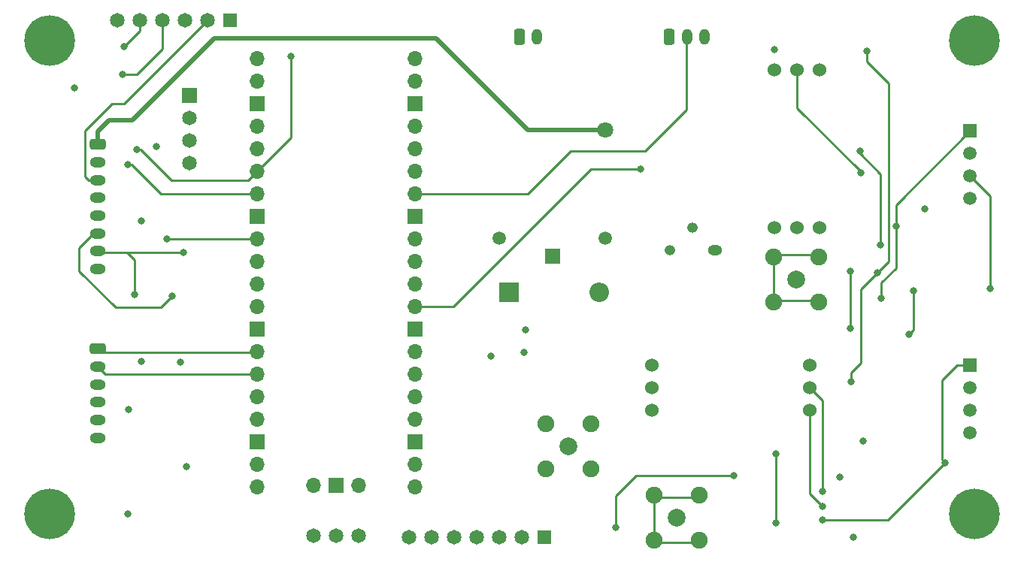
<source format=gbr>
%TF.GenerationSoftware,KiCad,Pcbnew,7.0.10*%
%TF.CreationDate,2024-03-29T22:24:31-04:00*%
%TF.ProjectId,WaveWise_Submersible,57617665-5769-4736-955f-5375626d6572,rev?*%
%TF.SameCoordinates,Original*%
%TF.FileFunction,Copper,L4,Bot*%
%TF.FilePolarity,Positive*%
%FSLAX46Y46*%
G04 Gerber Fmt 4.6, Leading zero omitted, Abs format (unit mm)*
G04 Created by KiCad (PCBNEW 7.0.10) date 2024-03-29 22:24:31*
%MOMM*%
%LPD*%
G01*
G04 APERTURE LIST*
G04 Aperture macros list*
%AMRoundRect*
0 Rectangle with rounded corners*
0 $1 Rounding radius*
0 $2 $3 $4 $5 $6 $7 $8 $9 X,Y pos of 4 corners*
0 Add a 4 corners polygon primitive as box body*
4,1,4,$2,$3,$4,$5,$6,$7,$8,$9,$2,$3,0*
0 Add four circle primitives for the rounded corners*
1,1,$1+$1,$2,$3*
1,1,$1+$1,$4,$5*
1,1,$1+$1,$6,$7*
1,1,$1+$1,$8,$9*
0 Add four rect primitives between the rounded corners*
20,1,$1+$1,$2,$3,$4,$5,0*
20,1,$1+$1,$4,$5,$6,$7,0*
20,1,$1+$1,$6,$7,$8,$9,0*
20,1,$1+$1,$8,$9,$2,$3,0*%
G04 Aperture macros list end*
%TA.AperFunction,ComponentPad*%
%ADD10R,1.651000X1.651000*%
%TD*%
%TA.AperFunction,ComponentPad*%
%ADD11C,1.651000*%
%TD*%
%TA.AperFunction,ComponentPad*%
%ADD12RoundRect,0.250000X-0.650000X0.350000X-0.650000X-0.350000X0.650000X-0.350000X0.650000X0.350000X0*%
%TD*%
%TA.AperFunction,ComponentPad*%
%ADD13O,1.800000X1.200000*%
%TD*%
%TA.AperFunction,ComponentPad*%
%ADD14O,1.600000X1.200000*%
%TD*%
%TA.AperFunction,ComponentPad*%
%ADD15O,1.200000X1.200000*%
%TD*%
%TA.AperFunction,ComponentPad*%
%ADD16C,2.006600*%
%TD*%
%TA.AperFunction,ComponentPad*%
%ADD17C,1.905000*%
%TD*%
%TA.AperFunction,ComponentPad*%
%ADD18R,1.803400X1.803400*%
%TD*%
%TA.AperFunction,ComponentPad*%
%ADD19C,1.498600*%
%TD*%
%TA.AperFunction,ComponentPad*%
%ADD20C,1.803400*%
%TD*%
%TA.AperFunction,ComponentPad*%
%ADD21RoundRect,0.250000X-0.350000X-0.650000X0.350000X-0.650000X0.350000X0.650000X-0.350000X0.650000X0*%
%TD*%
%TA.AperFunction,ComponentPad*%
%ADD22O,1.200000X1.800000*%
%TD*%
%TA.AperFunction,ComponentPad*%
%ADD23C,1.524000*%
%TD*%
%TA.AperFunction,ComponentPad*%
%ADD24O,1.700000X1.700000*%
%TD*%
%TA.AperFunction,ComponentPad*%
%ADD25R,1.700000X1.700000*%
%TD*%
%TA.AperFunction,ComponentPad*%
%ADD26R,1.508000X1.508000*%
%TD*%
%TA.AperFunction,ComponentPad*%
%ADD27C,1.508000*%
%TD*%
%TA.AperFunction,ComponentPad*%
%ADD28R,1.650000X1.650000*%
%TD*%
%TA.AperFunction,ComponentPad*%
%ADD29C,1.650000*%
%TD*%
%TA.AperFunction,ComponentPad*%
%ADD30C,5.700000*%
%TD*%
%TA.AperFunction,ComponentPad*%
%ADD31R,2.200000X2.200000*%
%TD*%
%TA.AperFunction,ComponentPad*%
%ADD32O,2.200000X2.200000*%
%TD*%
%TA.AperFunction,ViaPad*%
%ADD33C,0.800000*%
%TD*%
%TA.AperFunction,Conductor*%
%ADD34C,0.250000*%
%TD*%
%TA.AperFunction,Conductor*%
%ADD35C,0.508000*%
%TD*%
G04 APERTURE END LIST*
D10*
%TO.P,J3,1,Pin_1*%
%TO.N,/ADC3*%
X58166000Y-36626800D03*
D11*
%TO.P,J3,2,Pin_2*%
%TO.N,/ADC2*%
X58166000Y-39166800D03*
%TO.P,J3,3,Pin_3*%
%TO.N,/ADC1*%
X58166000Y-41706800D03*
%TO.P,J3,4,Pin_4*%
%TO.N,/ADC0*%
X58166000Y-44246800D03*
%TD*%
D12*
%TO.P,J7,1,1*%
%TO.N,+24V*%
X47868600Y-42174400D03*
D13*
%TO.P,J7,2,2*%
%TO.N,+5V*%
X47868600Y-44174400D03*
%TO.P,J7,3,3*%
%TO.N,SUB_TX*%
X47868600Y-46174400D03*
%TO.P,J7,4,4*%
%TO.N,SUB_RX*%
X47868600Y-48174400D03*
%TO.P,J7,5,5*%
%TO.N,AIR_COMP*%
X47868600Y-50174400D03*
%TO.P,J7,6,6*%
%TO.N,BATTERY_SENSE*%
X47868600Y-52174400D03*
%TO.P,J7,7,7*%
%TO.N,PANEL_SENSE*%
X47868600Y-54174400D03*
%TO.P,J7,8,8*%
%TO.N,GNDREF*%
X47868600Y-56174400D03*
%TD*%
D11*
%TO.P,J10,1,Pin_1*%
%TO.N,SWCLK*%
X72136000Y-86233000D03*
%TO.P,J10,2,Pin_2*%
%TO.N,GND*%
X74676000Y-86233000D03*
%TO.P,J10,3,Pin_3*%
%TO.N,SWDIO*%
X77216000Y-86233000D03*
%TD*%
D14*
%TO.P,Q2,1,E*%
%TO.N,GNDREF*%
X117348000Y-54102000D03*
D15*
%TO.P,Q2,2,B*%
%TO.N,Net-(Q2-B)*%
X114808000Y-51562000D03*
%TO.P,Q2,3,C*%
%TO.N,Net-(D2-A)*%
X112268000Y-54102000D03*
%TD*%
D16*
%TO.P,J4,1*%
%TO.N,Net-(U6-PRB)*%
X126479300Y-57404000D03*
D17*
%TO.P,J4,2*%
%TO.N,Net-(U6-PGND)*%
X123926600Y-59956700D03*
%TO.P,J4,3*%
X129032000Y-59956700D03*
%TO.P,J4,4*%
X129032000Y-54851300D03*
%TO.P,J4,5*%
X123926600Y-54851300D03*
%TD*%
D18*
%TO.P,K2,1,1*%
%TO.N,Net-(J6-Pad1)*%
X99009200Y-54753050D03*
D19*
%TO.P,K2,2,2*%
%TO.N,Net-(D2-A)*%
X105009199Y-52753049D03*
D20*
%TO.P,K2,3,3*%
%TO.N,+24V*%
X105009199Y-40553851D03*
D19*
%TO.P,K2,5,5*%
%TO.N,+5V*%
X93009201Y-52753049D03*
%TD*%
D16*
%TO.P,J1,1*%
%TO.N,Net-(U4-PRB)*%
X113017300Y-84201000D03*
D17*
%TO.P,J1,2*%
%TO.N,Net-(U4-PGND)*%
X115570000Y-81648300D03*
%TO.P,J1,3*%
X110464600Y-81648300D03*
%TO.P,J1,4*%
X110464600Y-86753700D03*
%TO.P,J1,5*%
X115570000Y-86753700D03*
%TD*%
D21*
%TO.P,J9,1,1*%
%TO.N,+5V*%
X112166400Y-30022800D03*
D22*
%TO.P,J9,2,2*%
%TO.N,PRESSURE_INPUT*%
X114166400Y-30022800D03*
%TO.P,J9,3,3*%
%TO.N,GNDREF*%
X116166400Y-30022800D03*
%TD*%
D23*
%TO.P,U4,1,VCC*%
%TO.N,VDD*%
X110236000Y-67056000D03*
%TO.P,U4,2,RX/SCL*%
%TO.N,Net-(U3-BSCL)*%
X128016000Y-72136000D03*
%TO.P,U4,3,TX/SDA*%
%TO.N,Net-(U3-BSDA)*%
X128016000Y-69596000D03*
%TO.P,U4,4,PGND*%
%TO.N,Net-(U4-PGND)*%
X110236000Y-72136000D03*
%TO.P,U4,5,PRB*%
%TO.N,Net-(U4-PRB)*%
X110236000Y-69596000D03*
%TO.P,U4,6,GND*%
%TO.N,GND1*%
X128016000Y-67056000D03*
%TD*%
D24*
%TO.P,U9,1,GPIO0*%
%TO.N,SUB_TX*%
X65786000Y-32521000D03*
%TO.P,U9,2,GPIO1*%
%TO.N,SUB_RX*%
X65786000Y-35061000D03*
D25*
%TO.P,U9,3,GND*%
%TO.N,GNDREF*%
X65786000Y-37601000D03*
D24*
%TO.P,U9,4,GPIO2*%
%TO.N,unconnected-(U9-GPIO2-Pad4)*%
X65786000Y-40141000D03*
%TO.P,U9,5,GPIO3*%
%TO.N,unconnected-(U9-GPIO3-Pad5)*%
X65786000Y-42681000D03*
%TO.P,U9,6,GPIO4*%
%TO.N,SDA*%
X65786000Y-45221000D03*
%TO.P,U9,7,GPIO5*%
%TO.N,SCL*%
X65786000Y-47761000D03*
D25*
%TO.P,U9,8,GND*%
%TO.N,GNDREF*%
X65786000Y-50301000D03*
D24*
%TO.P,U9,9,GPIO6*%
%TO.N,ADC_RDY*%
X65786000Y-52841000D03*
%TO.P,U9,10,GPIO7*%
%TO.N,Net-(U9-GPIO7)*%
X65786000Y-55381000D03*
%TO.P,U9,11,GPIO8*%
%TO.N,Net-(U9-GPIO8)*%
X65786000Y-57921000D03*
%TO.P,U9,12,GPIO9*%
%TO.N,unconnected-(U9-GPIO9-Pad12)*%
X65786000Y-60461000D03*
D25*
%TO.P,U9,13,GND*%
%TO.N,GNDREF*%
X65786000Y-63001000D03*
D24*
%TO.P,U9,14,GPIO10*%
%TO.N,SYNC*%
X65786000Y-65541000D03*
%TO.P,U9,15,GPIO11*%
%TO.N,READY{slash}INT*%
X65786000Y-68081000D03*
%TO.P,U9,16,GPIO12*%
%TO.N,unconnected-(U9-GPIO12-Pad16)*%
X65786000Y-70621000D03*
%TO.P,U9,17,GPIO13*%
%TO.N,AIR_COMP*%
X65786000Y-73161000D03*
D25*
%TO.P,U9,18,GND*%
%TO.N,GNDREF*%
X65786000Y-75701000D03*
D24*
%TO.P,U9,19,GPIO14*%
%TO.N,unconnected-(U9-GPIO14-Pad19)*%
X65786000Y-78241000D03*
%TO.P,U9,20,GPIO15*%
%TO.N,unconnected-(U9-GPIO15-Pad20)*%
X65786000Y-80781000D03*
%TO.P,U9,21,GPIO16*%
%TO.N,EXTGPIO5*%
X83566000Y-80781000D03*
%TO.P,U9,22,GPIO17*%
%TO.N,EXTGPIO4*%
X83566000Y-78241000D03*
D25*
%TO.P,U9,23,GND*%
%TO.N,GNDREF*%
X83566000Y-75701000D03*
D24*
%TO.P,U9,24,GPIO18*%
%TO.N,EXTGPIO3*%
X83566000Y-73161000D03*
%TO.P,U9,25,GPIO19*%
%TO.N,EXTGPIO2*%
X83566000Y-70621000D03*
%TO.P,U9,26,GPIO20*%
%TO.N,EXTGPIO1*%
X83566000Y-68081000D03*
%TO.P,U9,27,GPIO21*%
%TO.N,unconnected-(U9-GPIO21-Pad27)*%
X83566000Y-65541000D03*
D25*
%TO.P,U9,28,GND*%
%TO.N,GNDREF*%
X83566000Y-63001000D03*
D24*
%TO.P,U9,29,GPIO22*%
%TO.N,VALVE_OUT*%
X83566000Y-60461000D03*
%TO.P,U9,30,RUN*%
%TO.N,unconnected-(U9-RUN-Pad30)*%
X83566000Y-57921000D03*
%TO.P,U9,31,GPIO26_ADC0*%
%TO.N,TEMP_INPUT*%
X83566000Y-55381000D03*
%TO.P,U9,32,GPIO27_ADC1*%
%TO.N,AIR_INPUT*%
X83566000Y-52841000D03*
D25*
%TO.P,U9,33,AGND*%
%TO.N,unconnected-(U9-AGND-Pad33)*%
X83566000Y-50301000D03*
D24*
%TO.P,U9,34,GPIO28_ADC2*%
%TO.N,PRESSURE_INPUT*%
X83566000Y-47761000D03*
%TO.P,U9,35,ADC_VREF*%
%TO.N,unconnected-(U9-ADC_VREF-Pad35)*%
X83566000Y-45221000D03*
%TO.P,U9,36,3V3*%
%TO.N,unconnected-(U9-3V3-Pad36)*%
X83566000Y-42681000D03*
%TO.P,U9,37,3V3_EN*%
%TO.N,unconnected-(U9-3V3_EN-Pad37)*%
X83566000Y-40141000D03*
D25*
%TO.P,U9,38,GND*%
%TO.N,GNDREF*%
X83566000Y-37601000D03*
D24*
%TO.P,U9,39,VSYS*%
%TO.N,+5V*%
X83566000Y-35061000D03*
%TO.P,U9,40,VBUS*%
%TO.N,unconnected-(U9-VBUS-Pad40)*%
X83566000Y-32521000D03*
%TO.P,U9,41,SWCLK*%
%TO.N,SWCLK*%
X72136000Y-80551000D03*
D25*
%TO.P,U9,42,GND*%
%TO.N,GND*%
X74676000Y-80551000D03*
D24*
%TO.P,U9,43,SWDIO*%
%TO.N,SWDIO*%
X77216000Y-80551000D03*
%TD*%
D26*
%TO.P,PS1,1,-VIN*%
%TO.N,GNDREF*%
X146050000Y-67016000D03*
D27*
%TO.P,PS1,2,+VIN*%
%TO.N,Net-(PS1-+VIN)*%
X146050000Y-69556000D03*
%TO.P,PS1,3,-VOUT*%
%TO.N,GND1*%
X146050000Y-72096000D03*
%TO.P,PS1,4,+VOUT*%
%TO.N,VDD*%
X146050000Y-74636000D03*
%TD*%
D28*
%TO.P,J13,1,Pin_1*%
%TO.N,+5V*%
X62738000Y-28194000D03*
D29*
%TO.P,J13,2,Pin_2*%
%TO.N,SUB_TX*%
X60198000Y-28194000D03*
%TO.P,J13,3,Pin_3*%
%TO.N,SUB_RX*%
X57658000Y-28194000D03*
%TO.P,J13,4,Pin_4*%
%TO.N,SDA*%
X55118000Y-28194000D03*
%TO.P,J13,5,Pin_5*%
%TO.N,SCL*%
X52578000Y-28194000D03*
%TO.P,J13,6,Pin_6*%
%TO.N,GNDREF*%
X50038000Y-28194000D03*
%TD*%
D16*
%TO.P,J2,1*%
%TO.N,TEMP_INPUT*%
X100838000Y-76200000D03*
D17*
%TO.P,J2,2*%
%TO.N,GNDREF*%
X103390700Y-78752700D03*
%TO.P,J2,3*%
X103390700Y-73647300D03*
%TO.P,J2,4*%
X98285300Y-73647300D03*
%TO.P,J2,5*%
X98285300Y-78752700D03*
%TD*%
D30*
%TO.P,H1,1,1*%
%TO.N,Net-(H1-Pad1)*%
X42418000Y-30480000D03*
%TD*%
D26*
%TO.P,PS2,1,-VIN*%
%TO.N,GNDREF*%
X146050000Y-40640000D03*
D27*
%TO.P,PS2,2,+VIN*%
%TO.N,Net-(PS2-+VIN)*%
X146050000Y-43180000D03*
%TO.P,PS2,3,-VOUT*%
%TO.N,GND2*%
X146050000Y-45720000D03*
%TO.P,PS2,4,+VOUT*%
%TO.N,VEE*%
X146050000Y-48260000D03*
%TD*%
D31*
%TO.P,D2,1,K*%
%TO.N,+5V*%
X94107000Y-58826400D03*
D32*
%TO.P,D2,2,A*%
%TO.N,Net-(D2-A)*%
X104267000Y-58826400D03*
%TD*%
D28*
%TO.P,J8,1,Pin_1*%
%TO.N,+5V*%
X98145600Y-86410800D03*
D29*
%TO.P,J8,2,Pin_2*%
%TO.N,EXTGPIO1*%
X95605600Y-86410800D03*
%TO.P,J8,3,Pin_3*%
%TO.N,EXTGPIO2*%
X93065600Y-86410800D03*
%TO.P,J8,4,Pin_4*%
%TO.N,EXTGPIO3*%
X90525600Y-86410800D03*
%TO.P,J8,5,Pin_5*%
%TO.N,EXTGPIO4*%
X87985600Y-86410800D03*
%TO.P,J8,6,Pin_6*%
%TO.N,EXTGPIO5*%
X85445600Y-86410800D03*
%TO.P,J8,7,Pin_7*%
%TO.N,GNDREF*%
X82905600Y-86410800D03*
%TD*%
D23*
%TO.P,U6,1,VCC*%
%TO.N,VEE*%
X124053600Y-51511200D03*
%TO.P,U6,2,RX/SCL*%
%TO.N,Net-(U5-BSCL)*%
X129133600Y-33731200D03*
%TO.P,U6,3,TX/SDA*%
%TO.N,Net-(U5-BSDA)*%
X126593600Y-33731200D03*
%TO.P,U6,4,PGND*%
%TO.N,Net-(U6-PGND)*%
X129133600Y-51511200D03*
%TO.P,U6,5,PRB*%
%TO.N,Net-(U6-PRB)*%
X126593600Y-51511200D03*
%TO.P,U6,6,GND*%
%TO.N,GND2*%
X124053600Y-33731200D03*
%TD*%
D12*
%TO.P,J11,1,1*%
%TO.N,SYNC*%
X47817800Y-65205600D03*
D13*
%TO.P,J11,2,2*%
%TO.N,READY{slash}INT*%
X47817800Y-67205600D03*
%TO.P,J11,3,3*%
%TO.N,GNDREF*%
X47817800Y-69205600D03*
%TO.P,J11,4,4*%
%TO.N,+3V3*%
X47817800Y-71205600D03*
%TO.P,J11,5,5*%
%TO.N,SDA*%
X47817800Y-73205600D03*
%TO.P,J11,6,6*%
%TO.N,SCL*%
X47817800Y-75205600D03*
%TD*%
D21*
%TO.P,J6,1,1*%
%TO.N,Net-(J6-Pad1)*%
X95300800Y-30022800D03*
D22*
%TO.P,J6,2,2*%
%TO.N,GNDREF*%
X97300800Y-30022800D03*
%TD*%
D30*
%TO.P,H2,1,1*%
%TO.N,Net-(H2-Pad1)*%
X146558000Y-30480000D03*
%TD*%
%TO.P,H3,1,1*%
%TO.N,Net-(H3-Pad1)*%
X42418000Y-83820000D03*
%TD*%
%TO.P,H4,1,1*%
%TO.N,Net-(H4-Pad1)*%
X146558000Y-83820000D03*
%TD*%
D33*
%TO.N,+5V*%
X106172000Y-85344000D03*
X133654800Y-42926000D03*
X135991600Y-53492400D03*
X139141200Y-63601600D03*
X96012000Y-63093600D03*
X119481600Y-79502000D03*
X139700000Y-58674000D03*
X51308000Y-72013800D03*
%TO.N,GNDREF*%
X52730400Y-50749200D03*
X95859600Y-65633600D03*
X124155200Y-77012800D03*
X137769600Y-51409600D03*
X51181000Y-83820000D03*
X57810400Y-78490800D03*
X129413000Y-84455000D03*
X54406800Y-42367200D03*
X57150000Y-66675000D03*
X92075000Y-66040000D03*
X45212000Y-35814000D03*
X143256000Y-78028800D03*
X52730400Y-66649600D03*
X136049500Y-59468500D03*
X124155200Y-84836000D03*
%TO.N,VDD*%
X131419600Y-79654400D03*
%TO.N,GND1*%
X133985000Y-75565000D03*
X132943600Y-86410800D03*
%TO.N,GND2*%
X140919200Y-49392800D03*
X124053600Y-31445200D03*
X148336000Y-58420000D03*
%TO.N,BATTERY_SENSE*%
X56184800Y-59283600D03*
%TO.N,SDA*%
X69596000Y-32258000D03*
X52222400Y-42773600D03*
X50596800Y-34239200D03*
X132588000Y-62865000D03*
X132588000Y-56489600D03*
%TO.N,SCL*%
X134467600Y-31648400D03*
X50804653Y-31094253D03*
X51206400Y-44450000D03*
X132676900Y-68872100D03*
X135636000Y-56642000D03*
%TO.N,PANEL_SENSE*%
X57505600Y-54356000D03*
X51968400Y-59080400D03*
%TO.N,VALVE_OUT*%
X108966000Y-44958000D03*
%TO.N,ADC_RDY*%
X55626000Y-52781200D03*
%TO.N,Net-(U5-BSDA)*%
X133756400Y-45364400D03*
%TO.N,Net-(U3-BSDA)*%
X129413000Y-81280000D03*
%TO.N,Net-(U3-BSCL)*%
X129413000Y-82931000D03*
%TD*%
D34*
%TO.N,GNDREF*%
X136829800Y-84455000D02*
X143256000Y-78028800D01*
X129413000Y-84455000D02*
X136829800Y-84455000D01*
%TO.N,+5V*%
X139700000Y-63042800D02*
X139700000Y-58674000D01*
X133654800Y-42926000D02*
X133654800Y-43180000D01*
X108458000Y-79502000D02*
X106172000Y-81788000D01*
X135991600Y-45516800D02*
X135991600Y-53492400D01*
X119481600Y-79502000D02*
X108458000Y-79502000D01*
X133654800Y-43180000D02*
X135991600Y-45516800D01*
X106172000Y-81788000D02*
X106172000Y-85344000D01*
X139141200Y-63601600D02*
X139700000Y-63042800D01*
%TO.N,GNDREF*%
X137718800Y-51358800D02*
X137718800Y-48971200D01*
X136049500Y-59468500D02*
X136049500Y-57752500D01*
X137769600Y-51409600D02*
X137718800Y-51358800D01*
X142875000Y-70993000D02*
X142875000Y-68707000D01*
X137718800Y-48971200D02*
X146050000Y-40640000D01*
X143256000Y-78028800D02*
X142875000Y-77647800D01*
X142875000Y-68707000D02*
X144566000Y-67016000D01*
X144566000Y-67016000D02*
X146050000Y-67016000D01*
X137718800Y-56083200D02*
X137718800Y-51460400D01*
X136049500Y-57752500D02*
X137718800Y-56083200D01*
X137718800Y-51460400D02*
X137769600Y-51409600D01*
X124155200Y-84836000D02*
X124155200Y-77012800D01*
X142875000Y-77647800D02*
X142875000Y-70993000D01*
D35*
%TO.N,+24V*%
X105009199Y-40553851D02*
X96281451Y-40553851D01*
X85953600Y-30226000D02*
X60960000Y-30226000D01*
X96281451Y-40553851D02*
X85953600Y-30226000D01*
X51728200Y-39457800D02*
X49077295Y-39457800D01*
X60960000Y-30226000D02*
X51728200Y-39457800D01*
X47868600Y-40666495D02*
X47868600Y-42174400D01*
X49077295Y-39457800D02*
X47868600Y-40666495D01*
D34*
%TO.N,GND2*%
X148336000Y-58420000D02*
X148336000Y-48006000D01*
X148336000Y-48006000D02*
X146050000Y-45720000D01*
%TO.N,PRESSURE_INPUT*%
X114147600Y-30041600D02*
X114147600Y-38252400D01*
X114147600Y-38252400D02*
X109474000Y-42926000D01*
X114166400Y-30022800D02*
X114147600Y-30041600D01*
X96257000Y-47761000D02*
X83566000Y-47761000D01*
X109474000Y-42926000D02*
X101092000Y-42926000D01*
X101092000Y-42926000D02*
X96257000Y-47761000D01*
%TO.N,SUB_TX*%
X50800000Y-37592000D02*
X60198000Y-28194000D01*
X46784000Y-46174400D02*
X46380400Y-45770800D01*
X46380400Y-40641458D02*
X49429858Y-37592000D01*
X46380400Y-45770800D02*
X46380400Y-40641458D01*
X49429858Y-37592000D02*
X50800000Y-37592000D01*
X47868600Y-46174400D02*
X46784000Y-46174400D01*
%TO.N,BATTERY_SENSE*%
X56184800Y-59283600D02*
X54914800Y-60553600D01*
X47342800Y-52174400D02*
X47868600Y-52174400D01*
X45720000Y-56438800D02*
X45720000Y-53797200D01*
X54914800Y-60553600D02*
X49834800Y-60553600D01*
X45720000Y-53797200D02*
X47342800Y-52174400D01*
X49834800Y-60553600D02*
X45720000Y-56438800D01*
%TO.N,SDA*%
X52679600Y-42773600D02*
X56134000Y-46228000D01*
X52222400Y-42773600D02*
X52679600Y-42773600D01*
X52247800Y-34239200D02*
X55118000Y-31369000D01*
X69596000Y-32258000D02*
X69596000Y-41411000D01*
X132588000Y-56489600D02*
X132588000Y-62865000D01*
X64779000Y-46228000D02*
X65786000Y-45221000D01*
X50596800Y-34239200D02*
X52247800Y-34239200D01*
X69596000Y-41411000D02*
X65786000Y-45221000D01*
X56134000Y-46228000D02*
X64779000Y-46228000D01*
X55118000Y-31369000D02*
X55118000Y-28194000D01*
%TO.N,SCL*%
X135636000Y-56642000D02*
X135509000Y-56642000D01*
X54923800Y-47761000D02*
X65786000Y-47761000D01*
X52578000Y-29320906D02*
X52578000Y-28194000D01*
X50804653Y-31094253D02*
X52578000Y-29320906D01*
X133756400Y-66802000D02*
X133756400Y-58521600D01*
X132676900Y-68872100D02*
X132676900Y-67881500D01*
X134467600Y-32816800D02*
X136906000Y-35255200D01*
X51612800Y-44450000D02*
X54923800Y-47761000D01*
X132676900Y-67881500D02*
X133756400Y-66802000D01*
X51206400Y-44450000D02*
X51612800Y-44450000D01*
X136906000Y-35255200D02*
X136906000Y-55372000D01*
X134467600Y-31648400D02*
X134467600Y-32816800D01*
X136906000Y-55372000D02*
X135636000Y-56642000D01*
X133756400Y-58521600D02*
X135636000Y-56642000D01*
%TO.N,PANEL_SENSE*%
X51968400Y-59080400D02*
X51968400Y-55219600D01*
X51968400Y-55219600D02*
X51104800Y-54356000D01*
X47868600Y-54218600D02*
X47868600Y-54174400D01*
X51104800Y-54356000D02*
X48050200Y-54356000D01*
X48050200Y-54356000D02*
X47868600Y-54174400D01*
X57505600Y-54356000D02*
X51104800Y-54356000D01*
%TO.N,SYNC*%
X47817800Y-65205600D02*
X48195000Y-65582800D01*
X48195000Y-65582800D02*
X65744200Y-65582800D01*
X65744200Y-65582800D02*
X65786000Y-65541000D01*
%TO.N,READY{slash}INT*%
X48693200Y-68081000D02*
X65786000Y-68081000D01*
X47817800Y-67205600D02*
X48693200Y-68081000D01*
%TO.N,VALVE_OUT*%
X103378000Y-44958000D02*
X87875000Y-60461000D01*
X87875000Y-60461000D02*
X83566000Y-60461000D01*
X108966000Y-44958000D02*
X103378000Y-44958000D01*
%TO.N,ADC_RDY*%
X55685800Y-52841000D02*
X65786000Y-52841000D01*
X55626000Y-52781200D02*
X55685800Y-52841000D01*
%TO.N,Net-(U6-PGND)*%
X129032000Y-59715400D02*
X123926600Y-59715400D01*
X129032000Y-54610000D02*
X123926600Y-54610000D01*
X123926600Y-54610000D02*
X123926600Y-59715400D01*
%TO.N,Net-(U5-BSDA)*%
X133756400Y-45212000D02*
X126593600Y-38049200D01*
X126593600Y-33731200D02*
X126695200Y-33629600D01*
X133756400Y-45364400D02*
X133756400Y-45212000D01*
X126593600Y-38049200D02*
X126593600Y-33731200D01*
%TO.N,Net-(U3-BSDA)*%
X129413000Y-70993000D02*
X128016000Y-69596000D01*
X129413000Y-81280000D02*
X129413000Y-70993000D01*
%TO.N,Net-(U3-BSCL)*%
X129413000Y-82931000D02*
X128016000Y-81534000D01*
X128016000Y-81534000D02*
X128016000Y-72136000D01*
%TO.N,Net-(U4-PGND)*%
X110464600Y-87007700D02*
X115570000Y-87007700D01*
X115570000Y-81902300D02*
X110464600Y-81902300D01*
X110464600Y-81902300D02*
X110464600Y-87007700D01*
%TD*%
M02*

</source>
